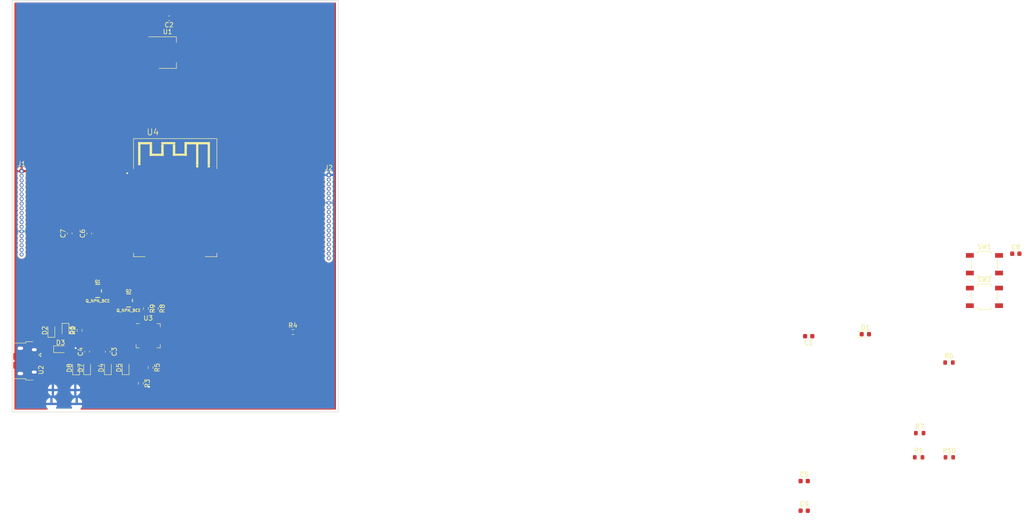
<source format=kicad_pcb>
(kicad_pcb (version 20210722) (generator pcbnew)
  (layers (0 "F.Cu" signal) (31 "B.Cu" signal) (34 "B.Paste" user) (35 "F.Paste" user) (36 "B.SilkS" user "B.Silkscreen") (37 "F.SilkS" user "F.Silkscreen") (38 "B.Mask" user) (39 "F.Mask" user) (44 "Edge.Cuts" user))
  (net 0 "")
  (net 1 "Net-(C1-Pad1)")
  (net 2 "GND")
  (net 3 "+3V3")
  (net 4 "EN")
  (net 5 "IO0")
  (net 6 "Net-(D1-Pad2)")
  (net 7 "Net-(D2-Pad1)")
  (net 8 "VBUS")
  (net 9 "Net-(D4-Pad1)")
  (net 10 "USB_DN")
  (net 11 "+5V")
  (net 12 "Net-(D7-Pad1)")
  (net 13 "USB_DP")
  (net 14 "SENSOR_VP")
  (net 15 "SENSOR_VN")
  (net 16 "IO34")
  (net 17 "IO35")
  (net 18 "IO32")
  (net 19 "IO33")
  (net 20 "IO25")
  (net 21 "IO26")
  (net 22 "IO27")
  (net 23 "IO14")
  (net 24 "IO12")
  (net 25 "IO13")
  (net 26 "SD2")
  (net 27 "SD3")
  (net 28 "CMD")
  (net 29 "IO23")
  (net 30 "IO22")
  (net 31 "TXD0")
  (net 32 "RXD0")
  (net 33 "IO21")
  (net 34 "IO19")
  (net 35 "IO18")
  (net 36 "IO5")
  (net 37 "IO17")
  (net 38 "IO16")
  (net 39 "IO4")
  (net 40 "IO2")
  (net 41 "IO15")
  (net 42 "SD1")
  (net 43 "SD0")
  (net 44 "CLK")
  (net 45 "Net-(Q1-Pad1)")
  (net 46 "/Micro USB 5v and USB-UART/IO0")
  (net 47 "DTR")
  (net 48 "Net-(Q2-Pad1)")
  (net 49 "/Micro USB 5v and USB-UART/EN")
  (net 50 "DSR")
  (net 51 "Net-(R2-Pad2)")
  (net 52 "Net-(R4-Pad2)")
  (net 53 "Net-(R5-Pad1)")
  (net 54 "RXD")
  (net 55 "TXD")
  (net 57 "DCD")
  (net 58 "RI")
  (net 71 "CTS")
  (net 72 "RTS")
  (net 74 "NC")
  (footprint "SparkfunSilicon-Standard:SOT23-5" (layer "F.Cu") (at 59.3598 101.473 -90)
    (fp_text reference "Q2" (at -2.032 0) (layer "F.SilkS") (effects (font (size 0.6096 0.6096) (thickness 0.127))))
    (fp_text value "Q_NPN_BCE" (at 2.159 0) (layer "F.SilkS") (effects (font (size 0.6096 0.6096) (thickness 0.127))))
    (fp_line (start -0.2667 -0.81026) (end 0.2667 -0.81026) (layer "F.SilkS") (width 0.2032))
    (fp_line (start -1.4224 0.42926) (end -1.4224 -0.42926) (layer "F.SilkS") (width 0.2032))
    (fp_line (start 1.4224 -0.42926) (end 1.4224 0.42926) (layer "F.SilkS") (width 0.2032))
    (pad "1" smd rect locked (at -0.94996 1.29794 270) (size 0.54864 1.19888) (layers "F.Cu" "F.Paste" "F.Mask") (net 48 "Net-(Q2-Pad1)"))
    (pad "2" smd rect locked (at 0 1.29794 270) (size 0.54864 1.19888) (layers "F.Cu" "F.Paste" "F.Mask") (net 49 "/Micro USB 5v and USB-UART/EN"))
    (pad "3" smd rect locked (at 0.94996 1.29794 270) (size 0.54864 1.19888) (layers "F.Cu" "F.Paste" "F.Mask") (net 50 "DSR"))
    (pad "4" smd rect locked (at 0.94996 -1.29794 270) (size 0.54864 1.19888) (layers "F.Cu" "F.Paste" "F.Mask"))
    (pad "5" smd rect locked (at -0.94996 -1.29794 270) (size 0.54864 1.19888) (layers "F.Cu" "F.Paste" "F.Mask"))
  )
  (footprint "Diode_SMD:D_0603_1608Metric" (layer "F.Cu") (at 58.71 116.02 90)
    (fp_text reference "D5" (at 0 -1.43 90) (layer "F.SilkS"))
    (fp_text value "D_Zener_Small_ALT" hide)
    (fp_line (start -1.485 0.735) (end 0.8 0.735) (layer "F.SilkS") (width 0.12))
    (fp_line (start 0.8 -0.735) (end -1.485 -0.735) (layer "F.SilkS") (width 0.12))
    (fp_line (start -1.485 -0.735) (end -1.485 0.735) (layer "F.SilkS") (width 0.12))
    (pad "1" smd roundrect locked (at -0.7875 0 90) (size 0.875 0.95) (layers "F.Cu" "F.Paste" "F.Mask") (net 9 "Net-(D4-Pad1)"))
    (pad "2" smd roundrect locked (at 0.7875 0 90) (size 0.875 0.95) (layers "F.Cu" "F.Paste" "F.Mask") (net 2 "GND"))
  )
  (footprint "Diode_SMD:D_0603_1608Metric" (layer "F.Cu") (at 48.006 116.0526 90)
    (fp_text reference "D8" (at 0 -1.43 90) (layer "F.SilkS"))
    (fp_text value "D_Zener_Small_ALT" hide)
    (fp_line (start -1.485 -0.735) (end -1.485 0.735) (layer "F.SilkS") (width 0.12))
    (fp_line (start -1.485 0.735) (end 0.8 0.735) (layer "F.SilkS") (width 0.12))
    (fp_line (start 0.8 -0.735) (end -1.485 -0.735) (layer "F.SilkS") (width 0.12))
    (pad "1" smd roundrect locked (at -0.7875 0 90) (size 0.875 0.95) (layers "F.Cu" "F.Paste" "F.Mask") (net 12 "Net-(D7-Pad1)"))
    (pad "2" smd roundrect locked (at 0.7875 0 90) (size 0.875 0.95) (layers "F.Cu" "F.Paste" "F.Mask") (net 2 "GND"))
  )
  (footprint "Resistor_SMD:R_0603_1608Metric" (layer "F.Cu") (at 94.8436 108.3056)
    (fp_text reference "R4" (at 0 -1.43) (layer "F.SilkS"))
    (fp_text value "2k")
    (fp_line (start -0.237258 0.5225) (end 0.237258 0.5225) (layer "F.SilkS") (width 0.12))
    (fp_line (start -0.237258 -0.5225) (end 0.237258 -0.5225) (layer "F.SilkS") (width 0.12))
    (pad "1" smd roundrect locked (at -0.825 0) (size 0.8 0.95) (layers "F.Cu" "F.Paste" "F.Mask") (net 3 "+3V3"))
    (pad "2" smd roundrect locked (at 0.825 0) (size 0.8 0.95) (layers "F.Cu" "F.Paste" "F.Mask") (net 52 "Net-(R4-Pad2)"))
  )
  (footprint "Package_DFN_QFN:QFN-28-1EP_5x5mm_P0.5mm_EP3.35x3.35mm" (layer "F.Cu") (at 63.5762 109.093)
    (fp_text reference "U3" (at 0 -3.8) (layer "F.SilkS"))
    (fp_text value "CP2102N")
    (fp_line (start 1.885 2.61) (end 2.61 2.61) (layer "F.SilkS") (width 0.12))
    (fp_line (start 2.61 2.61) (end 2.61 1.885) (layer "F.SilkS") (width 0.12))
    (fp_line (start 2.61 -2.61) (end 2.61 -1.885) (layer "F.SilkS") (width 0.12))
    (fp_line (start -1.885 -2.61) (end -2.61 -2.61) (layer "F.SilkS") (width 0.12))
    (fp_line (start -2.61 2.61) (end -2.61 1.885) (layer "F.SilkS") (width 0.12))
    (fp_line (start 1.885 -2.61) (end 2.61 -2.61) (layer "F.SilkS") (width 0.12))
    (fp_line (start -1.885 2.61) (end -2.61 2.61) (layer "F.SilkS") (width 0.12))
    (pad "1" smd roundrect locked (at -2.45 -1.5) (size 0.8 0.25) (layers "F.Cu" "F.Paste" "F.Mask") (net 57 "DCD"))
    (pad "2" smd roundrect locked (at -2.45 -1) (size 0.8 0.25) (layers "F.Cu" "F.Paste" "F.Mask") (net 58 "RI"))
    (pad "3" smd roundrect locked (at -2.45 -0.5) (size 0.8 0.25) (layers "F.Cu" "F.Paste" "F.Mask") (net 2 "GND"))
    (pad "4" smd roundrect locked (at -2.45 0) (size 0.8 0.25) (layers "F.Cu" "F.Paste" "F.Mask") (net 13 "USB_DP"))
    (pad "5" smd roundrect locked (at -2.45 0.5) (size 0.8 0.25) (layers "F.Cu" "F.Paste" "F.Mask") (net 10 "USB_DN"))
    (pad "6" smd roundrect locked (at -2.45 1) (size 0.8 0.25) (layers "F.Cu" "F.Paste" "F.Mask") (net 3 "+3V3"))
    (pad "7" smd roundrect locked (at -2.45 1.5) (size 0.8 0.25) (layers "F.Cu" "F.Paste" "F.Mask") (net 3 "+3V3"))
    (pad "8" smd roundrect locked (at -1.5 2.45) (size 0.25 0.8) (layers "F.Cu" "F.Paste" "F.Mask") (net 51 "Net-(R2-Pad2)"))
    (pad "9" smd roundrect locked (at -1 2.45) (size 0.25 0.8) (layers "F.Cu" "F.Paste" "F.Mask") (net 52 "Net-(R4-Pad2)"))
    (pad "10" smd roundrect locked (at -0.5 2.45) (size 0.25 0.8) (layers "F.Cu" "F.Paste" "F.Mask"))
    (pad "11" smd roundrect locked (at 0 2.45) (size 0.25 0.8) (layers "F.Cu" "F.Paste" "F.Mask") (net 53 "Net-(R5-Pad1)"))
    (pad "12" smd roundrect locked (at 0.5 2.45) (size 0.25 0.8) (layers "F.Cu" "F.Paste" "F.Mask"))
    (pad "13" smd roundrect locked (at 1 2.45) (size 0.25 0.8) (layers "F.Cu" "F.Paste" "F.Mask"))
    (pad "14" smd roundrect locked (at 1.5 2.45) (size 0.25 0.8) (layers "F.Cu" "F.Paste" "F.Mask"))
    (pad "15" smd roundrect locked (at 2.45 1.5) (size 0.8 0.25) (layers "F.Cu" "F.Paste" "F.Mask"))
    (pad "16" smd roundrect locked (at 2.45 1) (size 0.8 0.25) (layers "F.Cu" "F.Paste" "F.Mask"))
    (pad "17" smd roundrect locked (at 2.45 0.5) (size 0.8 0.25) (layers "F.Cu" "F.Paste" "F.Mask"))
    (pad "18" smd roundrect locked (at 2.45 0) (size 0.8 0.25) (layers "F.Cu" "F.Paste" "F.Mask"))
    (pad "19" smd roundrect locked (at 2.45 -0.5) (size 0.8 0.25) (layers "F.Cu" "F.Paste" "F.Mask"))
    (pad "20" smd roundrect locked (at 2.45 -1) (size 0.8 0.25) (layers "F.Cu" "F.Paste" "F.Mask"))
    (pad "21" smd roundrect locked (at 2.45 -1.5) (size 0.8 0.25) (layers "F.Cu" "F.Paste" "F.Mask"))
    (pad "22" smd roundrect locked (at 1.5 -2.45) (size 0.25 0.8) (layers "F.Cu" "F.Paste" "F.Mask"))
    (pad "23" smd roundrect locked (at 1 -2.45) (size 0.25 0.8) (layers "F.Cu" "F.Paste" "F.Mask") (net 71 "CTS"))
    (pad "24" smd roundrect locked (at 0.5 -2.45) (size 0.25 0.8) (layers "F.Cu" "F.Paste" "F.Mask") (net 72 "RTS"))
    (pad "25" smd roundrect locked (at 0 -2.45) (size 0.25 0.8) (layers "F.Cu" "F.Paste" "F.Mask") (net 54 "RXD"))
    (pad "26" smd roundrect locked (at -0.5 -2.45) (size 0.25 0.8) (layers "F.Cu" "F.Paste" "F.Mask") (net 55 "TXD"))
    (pad "27" smd roundrect locked (at -1 -2.45) (size 0.25 0.8) (layers "F.Cu" "F.Paste" "F.Mask") (net 50 "DSR"))
    (pad "28" smd roundrect locked (at -1.5 -2.45) (size 0.25 0.8) (layers "F.Cu" "F.Paste" "F.Mask") (net 47 "DTR"))
    (pad "29" smd rect locked (at 0 0) (size 3.35 3.35) (layers "F.Cu" "F.Mask"))
  )
  (footprint "Diode_SMD:D_0603_1608Metric" (layer "F.Cu") (at 44.6532 112.014)
    (fp_text reference "D3" (at 0 -1.43) (layer "F.SilkS"))
    (fp_text value "D_Zener_Small_ALT" hide)
    (fp_line (start -1.485 0.735) (end 0.8 0.735) (layer "F.SilkS") (width 0.12))
    (fp_line (start -1.485 -0.735) (end -1.485 0.735) (layer "F.SilkS") (width 0.12))
    (fp_line (start 0.8 -0.735) (end -1.485 -0.735) (layer "F.SilkS") (width 0.12))
    (pad "1" smd roundrect locked (at -0.7875 0) (size 0.875 0.95) (layers "F.Cu" "F.Paste" "F.Mask") (net 7 "Net-(D2-Pad1)"))
    (pad "2" smd roundrect locked (at 0.7875 0) (size 0.875 0.95) (layers "F.Cu" "F.Paste" "F.Mask") (net 2 "GND"))
  )
  (footprint "Button_Switch_SMD:SW_SPST_TL3342" (layer "F.Cu") (at 244.2126 100.6986)
    (fp_text reference "SW2" (at 0 -3.75) (layer "F.SilkS"))
    (fp_text value "SW_Push")
    (fp_line (start -1.7 2.3) (end -1.25 2.75) (layer "F.SilkS") (width 0.12))
    (fp_line (start -1.25 2.75) (end 1.25 2.75) (layer "F.SilkS") (width 0.12))
    (fp_line (start 1.7 -2.3) (end 1.25 -2.75) (layer "F.SilkS") (width 0.12))
    (fp_line (start -2.75 -1) (end -2.75 1) (layer "F.SilkS") (width 0.12))
    (fp_line (start 2.75 -1) (end 2.75 1) (layer "F.SilkS") (width 0.12))
    (fp_line (start -1.7 -2.3) (end -1.25 -2.75) (layer "F.SilkS") (width 0.12))
    (fp_line (start 1.7 2.3) (end 1.25 2.75) (layer "F.SilkS") (width 0.12))
    (fp_line (start -1.25 -2.75) (end 1.25 -2.75) (layer "F.SilkS") (width 0.12))
    (pad "1" smd rect locked (at 3.15 -1.9) (size 1.7 1) (layers "F.Cu" "F.Paste" "F.Mask") (net 2 "GND"))
    (pad "1" smd rect locked (at -3.15 -1.9) (size 1.7 1) (layers "F.Cu" "F.Paste" "F.Mask") (net 2 "GND"))
    (pad "2" smd rect locked (at 3.15 1.9) (size 1.7 1) (layers "F.Cu" "F.Paste" "F.Mask") (net 4 "EN"))
    (pad "2" smd rect locked (at -3.15 1.9) (size 1.7 1) (layers "F.Cu" "F.Paste" "F.Mask") (net 4 "EN"))
  )
  (footprint "Diode_SMD:D_0603_1608Metric" (layer "F.Cu") (at 45.72 107.8992 -90)
    (fp_text reference "D6" (at 0 -1.43 90) (layer "F.SilkS"))
    (fp_text value "D_Zener_Small_ALT" hide)
    (fp_line (start 0.8 -0.735) (end -1.485 -0.735) (layer "F.SilkS") (width 0.12))
    (fp_line (start -1.485 0.735) (end 0.8 0.735) (layer "F.SilkS") (width 0.12))
    (fp_line (start -1.485 -0.735) (end -1.485 0.735) (layer "F.SilkS") (width 0.12))
    (pad "1" smd roundrect locked (at -0.7875 0 270) (size 0.875 0.95) (layers "F.Cu" "F.Paste" "F.Mask") (net 11 "+5V"))
    (pad "2" smd roundrect locked (at 0.7875 0 270) (size 0.875 0.95) (layers "F.Cu" "F.Paste" "F.Mask") (net 8 "VBUS"))
  )
  (footprint "Resistor_SMD:R_0603_1608Metric" (layer "F.Cu") (at 48.768 107.95 90)
    (fp_text reference "R2" (at 0 -1.43 90) (layer "F.SilkS"))
    (fp_text value "22.1k")
    (fp_line (start -0.237258 0.5225) (end 0.237258 0.5225) (layer "F.SilkS") (width 0.12))
    (fp_line (start -0.237258 -0.5225) (end 0.237258 -0.5225) (layer "F.SilkS") (width 0.12))
    (pad "1" smd roundrect locked (at -0.825 0 90) (size 0.8 0.95) (layers "F.Cu" "F.Paste" "F.Mask") (net 8 "VBUS"))
    (pad "2" smd roundrect locked (at 0.825 0 90) (size 0.8 0.95) (layers "F.Cu" "F.Paste" "F.Mask") (net 51 "Net-(R2-Pad2)"))
  )
  (footprint "Diode_SMD:D_0603_1608Metric" (layer "F.Cu") (at 42.672 107.95 90)
    (fp_text reference "D2" (at 0 -1.43 90) (layer "F.SilkS"))
    (fp_text value "D_Zener_Small_ALT" hide)
    (fp_line (start -1.485 -0.735) (end -1.485 0.735) (layer "F.SilkS") (width 0.12))
    (fp_line (start 0.8 -0.735) (end -1.485 -0.735) (layer "F.SilkS") (width 0.12))
    (fp_line (start -1.485 0.735) (end 0.8 0.735) (layer "F.SilkS") (width 0.12))
    (pad "1" smd roundrect locked (at -0.7875 0 90) (size 0.875 0.95) (layers "F.Cu" "F.Paste" "F.Mask") (net 7 "Net-(D2-Pad1)"))
    (pad "2" smd roundrect locked (at 0.7875 0 90) (size 0.875 0.95) (layers "F.Cu" "F.Paste" "F.Mask") (net 8 "VBUS"))
  )
  (footprint "Capacitor_SMD:C_0603_1608Metric" (layer "F.Cu") (at 46.6344 87.0204 90)
    (fp_text reference "C7" (at 0 -1.43 90) (layer "F.SilkS"))
    (fp_text value "0.1u")
    (fp_line (start -0.14058 0.51) (end 0.14058 0.51) (layer "F.SilkS") (width 0.12))
    (fp_line (start -0.14058 -0.51) (end 0.14058 -0.51) (layer "F.SilkS") (width 0.12))
    (pad "1" smd roundrect locked (at -0.775 0 90) (size 0.9 0.95) (layers "F.Cu" "F.Paste" "F.Mask") (net 3 "+3V3"))
    (pad "2" smd roundrect locked (at 0.775 0 90) (size 0.9 0.95) (layers "F.Cu" "F.Paste" "F.Mask") (net 2 "GND"))
  )
  (footprint "Capacitor_SMD:C_0603_1608Metric" (layer "F.Cu") (at 250.9926 91.3786)
    (fp_text reference "C8" (at 0 -1.43) (layer "F.SilkS"))
    (fp_text value "0.1u")
    (fp_line (start -0.14058 -0.51) (end 0.14058 -0.51) (layer "F.SilkS") (width 0.12))
    (fp_line (start -0.14058 0.51) (end 0.14058 0.51) (layer "F.SilkS") (width 0.12))
    (pad "1" smd roundrect locked (at -0.775 0) (size 0.9 0.95) (layers "F.Cu" "F.Paste" "F.Mask") (net 5 "IO0"))
    (pad "2" smd roundrect locked (at 0.775 0) (size 0.9 0.95) (layers "F.Cu" "F.Paste" "F.Mask") (net 2 "GND"))
  )
  (footprint "Connector_PinHeader_1.00mm:PinHeader_1x19_P1.00mm_Vertical" (layer "F.Cu") (at 36.2458 73.55)
    (fp_text reference "J1" (at 0 -1.56) (layer "F.SilkS"))
    (fp_text value "Conn_01x19")
    (fp_line (start -0.695 0.685) (end -0.608276 0.685) (layer "F.SilkS") (width 0.12))
    (fp_line (start -0.695 0) (end -0.695 -0.685) (layer "F.SilkS") (width 0.12))
    (fp_line (start 0.695 0.685) (end 0.695 18.56) (layer "F.SilkS") (width 0.12))
    (fp_line (start 0.608276 0.685) (end 0.695 0.685) (layer "F.SilkS") (width 0.12))
    (fp_line (start -0.695 18.56) (end -0.394493 18.56) (layer "F.SilkS") (width 0.12))
    (fp_line (start -0.695 -0.685) (end 0 -0.685) (layer "F.SilkS") (width 0.12))
    (fp_line (start 0.394493 18.56) (end 0.695 18.56) (layer "F.SilkS") (width 0.12))
    (fp_line (start -0.695 0.685) (end -0.695 18.56) (layer "F.SilkS") (width 0.12))
    (pad "1" thru_hole rect locked (at 0 0) (size 0.85 0.85) (drill 0.5) (layers *.Cu *.Mask) (net 3 "+3V3"))
    (pad "2" thru_hole oval locked (at 0 1) (size 0.85 0.85) (drill 0.5) (layers *.Cu *.Mask) (net 4 "EN"))
    (pad "3" thru_hole oval locked (at 0 2) (size 0.85 0.85) (drill 0.5) (layers *.Cu *.Mask) (net 14 "SENSOR_VP"))
    (pad "4" thru_hole oval locked (at 0 3) (size 0.85 0.85) (drill 0.5) (layers *.Cu *.Mask) (net 15 "SENSOR_VN"))
    (pad "5" thru_hole oval locked (at 0 4) (size 0.85 0.85) (drill 0.5) (layers *.Cu *.Mask) (net 16 "IO34"))
    (pad "6" thru_hole oval locked (at 0 5) (size 0.85 0.85) (drill 0.5) (layers *.Cu *.Mask) (net 17 "IO35"))
    (pad "7" thru_hole oval locked (at 0 6) (size 0.85 0.85) (drill 0.5) (layers *.Cu *.Mask) (net 18 "IO32"))
    (pad "8" thru_hole oval locked (at 0 7) (size 0.85 0.85) (drill 0.5) (layers *.Cu *.Mask) (net 19 "IO33"))
    (pad "9" thru_hole oval locked (at 0 8) (size 0.85 0.85) (drill 0.5) (layers *.Cu *.Mask) (net 20 "IO25"))
    (pad "10" thru_hole oval locked (at 0 9) (size 0.85 0.85) (drill 0.5) (layers *.Cu *.Mask) (net 21 "IO26"))
    (pad "11" thru_hole oval locked (at 0 10) (size 0.85 0.85) (drill 0.5) (layers *.Cu *.Mask) (net 22 "IO27"))
    (pad "12" thru_hole oval locked (at 0 11) (size 0.85 0.85) (drill 0.5) (layers *.Cu *.Mask) (net 23 "IO14"))
    (pad "13" thru_hole oval locked (at 0 12) (size 0.85 0.85) (drill 0.5) (layers *.Cu *.Mask) (net 24 "IO12"))
    (pad "14" thru_hole oval locked (at 0 13) (size 0.85 0.85) (drill 0.5) (layers *.Cu *.Mask) (net 2 "GND"))
    (pad "15" thru_hole oval locked (at 0 14) (size 0.85 0.85) (drill 0.5) (layers *.Cu *.Mask) (net 25 "IO13"))
    (pad "16" thru_hole oval locked (at 0 15) (size 0.85 0.85) (drill 0.5) (layers *.Cu *.Mask) (net 26 "SD2"))
    (pad "17" thru_hole oval locked (at 0 16) (size 0.85 0.85) (drill 0.5) (layers *.Cu *.Mask) (net 27 "SD3"))
    (pad "18" thru_hole oval locked (at 0 17) (size 0.85 0.85) (drill 0.5) (layers *.Cu *.Mask) (net 28 "CMD"))
    (pad "19" thru_hole oval locked (at 0 18) (size 0.85 0.85) (drill 0.5) (layers *.Cu *.Mask) (net 11 "+5V"))
  )
  (footprint "Diode_SMD:D_0603_1608Metric" (layer "F.Cu") (at 54.864 116.0272 90)
    (fp_text reference "D4" (at 0 -1.43 90) (layer "F.SilkS"))
    (fp_text value "D_Zener_Small_ALT" hide)
    (fp_line (start 0.8 -0.735) (end -1.485 -0.735) (layer "F.SilkS") (width 0.12))
    (fp_line (start -1.485 -0.735) (end -1.485 0.735) (layer "F.SilkS") (width 0.12))
    (fp_line (start -1.485 0.735) (end 0.8 0.735) (layer "F.SilkS") (width 0.12))
    (pad "1" smd roundrect locked (at -0.7875 0 90) (size 0.875 0.95) (layers "F.Cu" "F.Paste" "F.Mask") (net 9 "Net-(D4-Pad1)"))
    (pad "2" smd roundrect locked (at 0.7875 0 90) (size 0.875 0.95) (layers "F.Cu" "F.Paste" "F.Mask") (net 10 "USB_DN"))
  )
  (footprint "Capacitor_SMD:C_0603_1608Metric" (layer "F.Cu") (at 68.0974 40.5384 180)
    (fp_text reference "C2" (at 0 -1.43) (layer "F.SilkS"))
    (fp_text value "22u")
    (fp_line (start -0.14058 0.51) (end 0.14058 0.51) (layer "F.SilkS") (width 0.12))
    (fp_line (start -0.14058 -0.51) (end 0.14058 -0.51) (layer "F.SilkS") (width 0.12))
    (pad "1" smd roundrect locked (at -0.775 0 180) (size 0.9 0.95) (layers "F.Cu" "F.Paste" "F.Mask") (net 3 "+3V3"))
    (pad "2" smd roundrect locked (at 0.775 0 180) (size 0.9 0.95) (layers "F.Cu" "F.Paste" "F.Mask") (net 2 "GND"))
  )
  (footprint "Package_TO_SOT_SMD:SOT-223-3_TabPin2" (layer "F.Cu") (at 67.7672 47.9298)
    (fp_text reference "U1" (at 0 -4.5) (layer "F.SilkS"))
    (fp_text value "AMS1117-3.3")
    (fp_line (start 1.91 3.41) (end 1.91 2.15) (layer "F.SilkS") (width 0.12))
    (fp_line (start -4.1 -3.41) (end 1.91 -3.41) (layer "F.SilkS") (width 0.12))
    (fp_line (start 1.91 -3.41) (end 1.91 -2.15) (layer "F.SilkS") (width 0.12))
    (fp_line (start -1.85 3.41) (end 1.91 3.41) (layer "F.SilkS") (width 0.12))
    (pad "1" smd rect locked (at -3.15 -2.3) (size 2 1.5) (layers "F.Cu" "F.Paste" "F.Mask") (net 2 "GND"))
    (pad "2" smd rect locked (at -3.15 0) (size 2 1.5) (layers "F.Cu" "F.Paste" "F.Mask") (net 3 "+3V3"))
    (pad "2" smd rect locked (at 3.15 0) (size 2 3.8) (layers "F.Cu" "F.Paste" "F.Mask") (net 3 "+3V3"))
    (pad "3" smd rect locked (at -3.15 2.3) (size 2 1.5) (layers "F.Cu" "F.Paste" "F.Mask") (net 1 "Net-(C1-Pad1)"))
  )
  (footprint "Resistor_SMD:R_0603_1608Metric" (layer "F.Cu") (at 63.0936 103.2256 -90)
    (fp_text reference "R9" (at 0 -1.43 90) (layer "F.SilkS"))
    (fp_text value "0")
    (fp_line (start -0.237258 0.5225) (end 0.237258 0.5225) (layer "F.SilkS") (width 0.12))
    (fp_line (start -0.237258 -0.5225) (end 0.237258 -0.5225) (layer "F.SilkS") (width 0.12))
    (pad "1" smd roundrect locked (at -0.825 0 270) (size 0.8 0.95) (layers "F.Cu" "F.Paste" "F.Mask") (net 32 "RXD0"))
    (pad "2" smd roundrect locked (at 0.825 0 270) (size 0.8 0.95) (layers "F.Cu" "F.Paste" "F.Mask") (net 55 "TXD"))
  )
  (footprint "Button_Switch_SMD:SW_SPST_TL3342" (layer "F.Cu") (at 244.2126 93.6486)
    (fp_text reference "SW1" (at 0 -3.75) (layer "F.SilkS"))
    (fp_text value "SW_Push")
    (fp_line (start -1.25 -2.75) (end 1.25 -2.75) (layer "F.SilkS") (width 0.12))
    (fp_line (start -1.25 2.75) (end 1.25 2.75) (layer "F.SilkS") (width 0.12))
    (fp_line (start 2.75 -1) (end 2.75 1) (layer "F.SilkS") (width 0.12))
    (fp_line (start 1.7 2.3) (end 1.25 2.75) (layer "F.SilkS") (width 0.12))
    (fp_line (start -1.7 -2.3) (end -1.25 -2.75) (layer "F.SilkS") (width 0.12))
    (fp_line (start -1.7 2.3) (end -1.25 2.75) (layer "F.SilkS") (width 0.12))
    (fp_line (start 1.7 -2.3) (end 1.25 -2.75) (layer "F.SilkS") (width 0.12))
    (fp_line (start -2.75 -1) (end -2.75 1) (layer "F.SilkS") (width 0.12))
    (pad "1" smd rect locked (at -3.15 -1.9) (size 1.7 1) (layers "F.Cu" "F.Paste" "F.Mask") (net 2 "GND"))
    (pad "1" smd rect locked (at 3.15 -1.9) (size 1.7 1) (layers "F.Cu" "F.Paste" "F.Mask") (net 2 "GND"))
    (pad "2" smd rect locked (at -3.15 1.9) (size 1.7 1) (layers "F.Cu" "F.Paste" "F.Mask") (net 5 "IO0"))
    (pad "2" smd rect locked (at 3.15 1.9) (size 1.7 1) (layers "F.Cu" "F.Paste" "F.Mask") (net 5 "IO0"))
  )
  (footprint "Resistor_SMD:R_0603_1608Metric" (layer "F.Cu") (at 236.6264 135.3566)
    (fp_text reference "R10" (at 0 -1.43) (layer "F.SilkS"))
    (fp_text value "10k")
    (fp_line (start -0.237258 -0.5225) (end 0.237258 -0.5225) (layer "F.SilkS") (width 0.12))
    (fp_line (start -0.237258 0.5225) (end 0.237258 0.5225) (layer "F.SilkS") (width 0.12))
    (pad "1" smd roundrect locked (at -0.825 0) (size 0.8 0.95) (layers "F.Cu" "F.Paste" "F.Mask") (net 3 "+3V3"))
    (pad "2" smd roundrect locked (at 0.825 0) (size 0.8 0.95) (layers "F.Cu" "F.Paste" "F.Mask") (net 4 "EN"))
  )
  (footprint "Resistor_SMD:R_0603_1608Metric" (layer "F.Cu") (at 64.1096 115.9764 -90)
    (fp_text reference "R5" (at 0 -1.43 90) (layer "F.SilkS"))
    (fp_text value "10k")
    (fp_line (start -0.237258 -0.5225) (end 0.237258 -0.5225) (layer "F.SilkS") (width 0.12))
    (fp_line (start -0.237258 0.5225) (end 0.237258 0.5225) (layer "F.SilkS") (width 0.12))
    (pad "1" smd roundrect locked (at -0.825 0 270) (size 0.8 0.95) (layers "F.Cu" "F.Paste" "F.Mask") (net 53 "Net-(R5-Pad1)"))
    (pad "2" smd roundrect locked (at 0.825 0 270) (size 0.8 0.95) (layers "F.Cu" "F.Paste" "F.Mask") (net 2 "GND"))
  )
  (footprint "ESP-WROOM-32:MODULE_ESP-WROOM-32" (layer "F.Cu") (at 69.4182 82.2706)
    (fp_text reference "U4" (at -4.826375 -17.150035) (layer "F.SilkS") (effects (font (size 1.32478 1.32478))))
    (fp_text value "ESP32-WROOM-32")
    (fp_line (start -9 9) (end -9 9.75) (layer "F.SilkS") (width 0.127))
    (fp_line (start -9 -15.75) (end 9 -15.75) (layer "F.SilkS") (width 0.127))
    (fp_line (start 9 -15.75) (end 9 -9.25) (layer "F.SilkS") (width 0.127))
    (fp_line (start 9 9.75) (end 9 9) (layer "F.SilkS") (width 0.127))
    (fp_line (start -9 9.75) (end -6.5 9.75) (layer "F.SilkS") (width 0.127))
    (fp_line (start 6.5 9.75) (end 9 9.75) (layer "F.SilkS") (width 0.127))
    (fp_line (start -9 -9.25) (end -9 -15.75) (layer "F.SilkS") (width 0.127))
    (fp_circle (center -10.365 -8.2754) (end -10.265 -8.2754) (layer "F.SilkS") (width 0.2) (fill none))
    (fp_poly (pts (xy -8.02033 -10.5) (xy -7.5 -10.5) (xy -7.5 -10.0254) (xy -8.02033 -10.0254)) (layer "F.SilkS") (width 0.01) (fill solid))
    (fp_poly (pts (xy 4.50809 -10) (xy 5 -10) (xy 5 -9.51707) (xy 4.50809 -9.51707)) (layer "F.SilkS") (width 0.01) (fill solid))
    (fp_poly (pts (xy 4.51396 -15) (xy 5 -15) (xy 5 -10.0311) (xy 4.51396 -10.0311)) (layer "F.SilkS") (width 0.01) (fill solid))
    (fp_poly (pts (xy 2.00794 -15) (xy 2.5 -15) (xy 2.5 -13.5536) (xy 2.00794 -13.5536)) (layer "F.SilkS") (width 0.01) (fill solid))
    (fp_poly (pts (xy 2.0088 -14.5) (xy 2.5 -14.5) (xy 2.5 -12.0528) (xy 2.0088 -12.0528)) (layer "F.SilkS") (width 0.01) (fill solid))
    (fp_poly (pts (xy -3.01023 -14.5) (xy -2.5 -14.5) (xy -2.5 -12.0408) (xy -3.01023 -12.0408)) (layer "F.SilkS") (width 0.01) (fill solid))
    (fp_poly (pts (xy -0.502034 -14.5) (xy 0 -14.5) (xy 0 -12.0488) (xy -0.502034 -12.0488)) (layer "F.SilkS") (width 0.01) (fill solid))
    (fp_poly (pts (xy 7.0207 -15) (xy 7.5 -15) (xy 7.5 -10.0296) (xy 7.0207 -10.0296)) (layer "F.SilkS") (width 0.01) (fill solid))
    (fp_poly (pts (xy -8.02203 -15) (xy -7.5 -15) (xy -7.5 -10.5289) (xy -8.02203 -10.5289)) (layer "F.SilkS") (width 0.01) (fill solid))
    (fp_poly (pts (xy -3.01012 -15) (xy 0 -15) (xy 0 -14.5488) (xy -3.01012 -14.5488)) (layer "F.SilkS") (width 0.01) (fill solid))
    (fp_poly (pts (xy 7.01887 -10) (xy 7.5 -10) (xy 7.5 -9.52561) (xy 7.01887 -9.52561)) (layer "F.SilkS") (width 0.01) (fill solid))
    (fp_poly (pts (xy -5.50829 -12.5) (xy -2.5 -12.5) (xy -2.5 -12.0181) (xy -5.50829 -12.0181)) (layer "F.SilkS") (width 0.01) (fill solid))
    (fp_poly (pts (xy 2.01157 -15) (xy 7.5 -15) (xy 7.5 -14.5137) (xy 2.01157 -14.5137)) (layer "F.SilkS") (width 0.01) (fill solid))
    (fp_poly (pts (xy -8.00911 -15) (xy -5 -15) (xy -5 -14.5165) (xy -8.00911 -14.5165)) (layer "F.SilkS") (width 0.01) (fill solid))
    (fp_poly (pts (xy -0.502088 -12.5) (xy 2.5 -12.5) (xy 2.5 -12.0501) (xy -0.502088 -12.0501)) (layer "F.SilkS") (width 0.01) (fill solid))
    (fp_poly (pts (xy -5.52168 -14.5) (xy -5 -14.5) (xy -5 -12.0474) (xy -5.52168 -12.0474)) (layer "F.SilkS") (width 0.01) (fill solid))
    (pad "1" smd roundrect locked (at -9 -8.255) (size 1.7 0.9) (layers "F.Cu" "F.Paste" "F.Mask") (roundrect_rratio 0.1) (net 2 "GND"))
    (pad "1.1" smd rect locked (at -0.7 -0.845) (size 4 4) (layers "F.Cu" "F.Paste" "F.Mask"))
    (pad "2" smd roundrect locked (at -9 -6.985) (size 1.7 0.9) (layers "F.Cu" "F.Paste" "F.Mask") (roundrect_rratio 0.1) (net 3 "+3V3"))
    (pad "3" smd roundrect locked (at -9 -5.715) (size 1.7 0.9) (layers "F.Cu" "F.Paste" "F.Mask") (roundrect_rratio 0.1) (net 4 "EN"))
    (pad "4" smd roundrect locked (at -9 -4.445) (size 1.7 0.9) (layers "F.Cu" "F.Paste" "F.Mask") (roundrect_rratio 0.1) (net 14 "SENSOR_VP"))
    (pad "5" smd roundrect locked (at -9 -3.175) (size 1.7 0.9) (layers "F.Cu" "F.Paste" "F.Mask") (roundrect_rratio 0.1) (net 15 "SENSOR_VN"))
    (pad "6" smd roundrect locked (at -9 -1.905) (size 1.7 0.9) (layers "F.Cu" "F.Paste" "F.Mask") (roundrect_rratio 0.1) (net 16 "IO34"))
    (pad "7" smd roundrect locked (at -9 -0.635) (size 1.7 0.9) (layers "F.Cu" "F.Paste" "F.Mask") (roundrect_rratio 0.1) (net 17 "IO35"))
    (pad "8" smd roundrect locked (at -9 0.635) (size 1.7 0.9) (layers "F.Cu" "F.Paste" "F.Mask") (roundrect_rratio 0.1) (net 18 "IO32"))
    (pad "9" smd roundrect locked (at -9 1.905) (size 1.7 0.9) (layers "F.Cu" "F.Paste" "F.Mask") (roundrect_rratio 0.1) (net 19 "IO33"))
    (pad "10" smd roundrect locked (at -9 3.175) (size 1.7 0.9) (layers "F.Cu" "F.Paste" "F.Mask") (roundrect_rratio 0.1) (net 20 "IO25"))
    (pad "11" smd roundrect locked (at -9 4.445) (size 1.7 0.9) (layers "F.Cu" "F.Paste" "F.Mask") (roundrect_rratio 0.1) (net 21 "IO26"))
    (pad "12" smd roundrect locked (at -9 5.715) (size 1.7 0.9) (layers "F.Cu" "F.Paste" "F.Mask") (roundrect_rratio 0.1) (net 22 "IO27"))
    (pad "13" smd roundrect locked (at -9 6.985) (size 1.7 0.9) (layers "F.Cu" "F.Paste" "F.Mask") (roundrect_rratio 0.1) (net 23 "IO14"))
    (pad "14" smd roundrect locked (at -9 8.255) (size 1.7 0.9) (layers "F.Cu" "F.Paste" "F.Mask") (roundrect_rratio 0.1) (net 24 "IO12"))
    (pad "15" smd roundrect locked (at -5.715 9.755) (size 0.9 1.7) (layers "F.Cu" "F.Paste" "F.Mask") (roundrect_rratio 0.1) (net 2 "GND"))
    (pad "16" smd roundrect locked (at -4.445 9.755) (size 0.9 1.7) (layers "F.Cu" "F.Paste" "F.Mask") (roundrect_rratio 0.1) (net 25 "IO13"))
    (pad "17" smd roundrect locked (at -3.175 9.755) (size 0.9 1.7) (layers "F.Cu" "F.Paste" "F.Mask") (roundrect_rratio 0.1) (net 26 "SD2"))
    (pad "18" smd roundrect locked (at -1.905 9.755) (size 0.9 1.7) (layers "F.Cu" "F.Paste" "F.Mask") (roundrect_rratio 0.1) (net 27 "SD3"))
    (pad "19" smd roundrect locked (at -0.635 9.755) (size 0.9 1.7) (layers "F.Cu" "F.Paste" "F.Mask") (roundrect_rratio 0.1) (net 28 "CMD"))
    (pad "20" smd roundrect locked (at 0.635 9.755) (size 0.9 1.7) (layers "F.Cu" "F.Paste" "F.Mask") (roundrect_rratio 0.1) (net 44 "CLK"))
    (pad "21" smd roundrect locked (at 1.905 9.755) (size 0.9 1.7) (layers "F.Cu" "F.Paste" "F.Mask") (roundrect_rratio 0.1) (net 43 "SD0"))
    (pad "22" smd roundrect locked (at 3.175 9.755) (size 0.9 1.7) (layers "F.Cu" "F.Paste" "F.Mask") (roundrect_rratio 0.1) (net 42 "SD1"))
    (pad "23" smd roundrect locked (at 4.445 9.755) (size 0.9 1.7) (layers "F.Cu" "F.Paste" "F.Mask") (roundrect_rratio 0.1) (net 41 "IO15"))
    (pad "24" smd roundrect locked (at 5.715 9.755) (size 0.9 1.7) (layers "F.Cu" "F.Paste" "F.Mask") (roundrect_rratio 0.1) (net 40 "IO2"))
    (pad "25" smd roundrect locked (at 9 8.255) (size 1.7 0.9) (layers "F.Cu" "F.Paste" "F.Mask") (roundrect_rratio 0.1) (net 5 "IO0"))
    (pad "26" smd roundrect locked (at 9 6.985) (size 1.7 0.9) (layers "F.Cu" "F.Paste" "F.Mask") (roundrect_rratio 0.1) (net 39 "IO4"))
    (pad "27" smd roundrect locked (at 9 5.715) (size 1.7 0.9) (layers "F.Cu" "F.Paste" "F.Mask") (roundrect_rratio 0.1) (net 38 "IO16"))
    (pad "28" smd roundrect locked (at 9 4.445) (size 1.7 0.9) (layers "F.Cu" "F.Paste" "F.Mask") (roundrect_rratio 0.1) (net 37 "IO17"))
    (pad "29" smd roundrect locked (at 9 3.175) (size 1.7 0.9) (layers "F.Cu" "F.Paste" "F.Mask") (roundrect_rratio 0.1) (net 36 "IO5"))
    (pad "30" smd roundrect locked (at 9 1.905) (size 1.7 0.9) (layers "F.Cu" "F.Paste" "F.Mask") (roundrect_rratio 0.1) (net 35 "IO18"))
    (pad "31" smd roundrect locked (at 9 0.635) (size 1.7 0.9) (layers "F.Cu" "F.Paste" "F.Mask") (roundrect_rratio 0.1) (net 34 "IO19"))
    (pad "32" smd roundrect locked (at 9 -0.635) (size 1.7 0.9) (layers "F.Cu" "F.Paste" "F.Mask") (roundrect_rratio 0.1) (net 74 "NC"))
    (pad "33" smd roundrect locked (at 9 -1.905) (size 1.7 0.9) (layers "F.Cu" "F.Paste" "F.Mask") (roundrect_rratio 0.1) (net 33 "IO21"))
    (pad "34" smd roundrect locked (at 9 -3.175) (size 1.7 0.9) (layers "F.Cu" "F.Paste" "F.Mask") (roundrect_rratio 0.1) (net 32 "RXD0"))
    (pad "35" smd roundrect locked (at 9 -4.445) (size 1.7 0.9) (layers "F.Cu" "F.Paste" "F.Mask") (roundrect_rratio 0.1) (net 31 "TXD0"))
    (pad "36" smd roundrect locked (at 9 -5.715) (size 1.7 0.9) (layers "F.Cu" "F.Paste" "F.Mask") (roundrect_rratio 0.1) (net 30 "IO22"))
    (pad "37" smd roundrect locked (at 9 -6.985) (size 1.7 0.9) (layers "F.Cu" "F.Paste" "F.Mask") (roundrect_rratio 0.1) (net 29 "IO23"))
    (pad "38" smd roundrect locked (at 9 -8.255) (size 1.7 0.9) (layers "F.Cu" "F.Paste" "F.Mask") (roundrect_rratio 0.1) (net 2 "GND"))
  )
  (footprint "Connector_USB:USB_Micro-B_Amphenol_10103594-0001LF_Horizontal" (layer "F.Cu") (at 37.084 114.554 -90)
    (fp_text reference "U2" (at 1.925 -3.365 90) (layer "F.SilkS"))
    (fp_text value "USB_CON8")
    (fp_line (start 3.825 2.735) (end 3.825 -0.065) (layer "F.SilkS") (width 0.12))
    (fp_line (start 3.825 -0.065) (end 4.125 -0.065) (layer "F.SilkS") (width 0.12))
    (fp_line (start -4.175 -0.065) (end -3.875 -0.065) (layer "F.SilkS") (width 0.12))
    (fp_line (start -1.725 -3.315) (end -0.925 -3.315) (layer "F.SilkS") (width 0.12))
    (fp_line (start -4.175 -0.065) (end -4.175 -1.615) (layer "F.SilkS") (width 0.12))
    (fp_line (start 4.125 -0.065) (end 4.125 -1.615) (layer "F.SilkS") (width 0.12))
    (fp_line (start -1.325 -2.865) (end -1.725 -3.315) (layer "F.SilkS") (width 0.12))
    (fp_line (start -3.875 2.735) (end -3.875 -0.065) (layer "F.SilkS") (width 0.12))
    (fp_line (start -0.925 -3.315) (end -1.325 -2.865) (layer "F.SilkS") (width 0.12))
    (pad "1" smd rect locked (at -1.325 -1.765) (size 1.65 0.4) (layers "F.Cu" "F.Paste" "F.Mask") (net 8 "VBUS"))
    (pad "2" smd rect locked (at -0.675 -1.765) (size 1.65 0.4) (layers "F.Cu" "F.Paste" "F.Mask") (net 10 "USB_DN"))
    (pad "3" smd rect locked (at -0.025 -1.765) (size 1.65 0.4) (layers "F.Cu" "F.Paste" "F.Mask") (net 13 "USB_DP"))
    (pad "4" smd rect locked (at 0.625 -1.765) (size 1.65 0.4) (layers "F.Cu" "F.Paste" "F.Mask"))
    (pad "5" smd rect locked (at 1.275 -1.765) (size 1.65 0.4) (layers "F.Cu" "F.Paste" "F.Mask") (net 2 "GND"))
    (pad "6" smd rect locked (at -2.975 -0.565 270) (size 1.825 0.7) (layers "F.Cu" "F.Paste" "F.Mask") (net 2 "GND"))
    (pad "6" thru_hole oval locked (at 2.395 -1.885) (size 1.5 1.1) (drill oval 1.05 0.65) (layers *.Cu *.Mask) (net 2 "GND"))
    (pad "6" thru_hole oval locked (at -2.445 -1.885) (size 1.5 1.1) (drill oval 1.05 0.65) (layers *.Cu *.Mask) (net 2 "GND"))
    (pad "6" smd rect locked (at 2.725 0.185 270) (size 1.35 2) (layers "F.Cu" "F.Paste" "F.Mask") (net 2 "GND"))
    (pad "6" thru_hole oval locked (at -2.755 1.115) (size 1.7 1.35) (drill oval 1.2 0.7) (layers *.Cu *.Mask) (net 2 "GND"))
    (pad "6" smd rect locked (at 0.935 1.385) (size 2.5 1.43) (layers "F.Cu" "F.Paste" "F.Mask") (net 2 "GND"))
    (pad "6" smd rect locked (at -2.755 0.185 270) (size 1.35 2) (layers "F.Cu" "F.Paste" "F.Mask") (net 2 "GND"))
    (pad "6" smd rect locked (at -0.985 1.385) (size 2.5 1.43) (layers "F.Cu" "F.Paste" "F.Mask") (net 2 "GND"))
    (pad "6" smd rect locked (at 2.875 -1.885 270) (size 2 1.5) (layers "F.Cu" "F.Paste" "F.Mask") (net 2 "GND"))
    (pad "6" smd rect locked (at -2.875 -1.865 270) (size 2 1.5) (layers "F.Cu" "F.Paste" "F.Mask") (net 2 "GND"))
    (pad "6" smd rect locked (at 2.975 -0.565 270) (size 1.825 0.7) (layers "F.Cu" "F.Paste" "F.Mask") (net 2 "GND"))
    (pad "6" thru_hole oval locked (at 2.705 1.115) (size 1.7 1.35) (drill oval 1.2 0.7) (layers *.Cu *.Mask) (net 2 "GND"))
  )
  (footprint "Resistor_SMD:R_0603_1608Metric" (layer "F.Cu") (at 65.2018 103.2256 -90)
    (fp_text reference "R8" (at 0 -1.43 90) (layer "F.SilkS"))
    (fp_text value "0")
    (fp_line (start -0.237258 0.5225) (end 0.237258 0.5225) (layer "F.SilkS") (width 0.12))
    (fp_line (start -0.237258 -0.5225) (end 0.237258 -0.5225) (layer "F.SilkS") (width 0.12))
    (pad "1" smd roundrect locked (at -0.825 0 270) (size 0.8 0.95) (layers "F.Cu" "F.Paste" "F.Mask") (net 31 "TXD0"))
    (pad "2" smd roundrect locked (at 0.825 0 270) (size 0.8 0.95) (layers "F.Cu" "F.Paste" "F.Mask") (net 54 "RXD"))
  )
  (footprint "Diode_SMD:D_0603_1608Metric" (layer "F.Cu") (at 50.3936 116.0272 90)
    (fp_text reference "D7" (at 0 -1.43 90) (layer "F.SilkS"))
    (fp_text value "D_Zener_Small_ALT" hide)
    (fp_line (start -1.485 -0.735) (end -1.485 0.735) (layer "F.SilkS") (width 0.12))
    (fp_line (start -1.485 0.735) (end 0.8 0.735) (layer "F.SilkS") (width 0.12))
    (fp_line (start 0.8 -0.735) (end -1.485 -0.735) (layer "F.SilkS") (width 0.12))
    (pad "1" smd roundrect locked (at -0.7875 0 90) (size 0.875 0.95) (layers "F.Cu" "F.Paste" "F.Mask") (net 12 "Net-(D7-Pad1)"))
    (pad "2" smd roundrect locked (at 0.7875 0 90) (size 0.875 0.95) (layers "F.Cu" "F.Paste" "F.Mask") (net 13 "USB_DP"))
  )
  (footprint "Capacitor_SMD:C_0603_1608Metric" (layer "F.Cu") (at 54.8386 112.5474 -90)
    (fp_text reference "C3" (at 0 -1.43 90) (layer "F.SilkS"))
    (fp_text value "4.7u")
    (fp_line (start -0.14058 -0.51) (end 0.14058 -0.51) (layer "F.SilkS") (width 0.12))
    (fp_line (start -0.14058 0.51) (end 0.14058 0.51) (layer "F.SilkS") (width 0.12))
    (pad "1" smd roundrect locked (at -0.775 0 270) (size 0.9 0.95) (layers "F.Cu" "F.Paste" "F.Mask") (net 2 "GND"))
    (pad "2" smd roundrect locked (at 0.775 0 270) (size 0.9 0.95) (layers "F.Cu" "F.Paste" "F.Mask") (net 3 "+3V3"))
  )
  (footprint "Capacitor_SMD:C_0603_1608Metric" (layer "F.Cu") (at 206.248 109.1946 180)
    (fp_text reference "C1" (at 0 -1.43) (layer "F.SilkS"))
    (fp_text value "22u")
    (fp_line (start -0.14058 -0.51) (end 0.14058 -0.51) (layer "F.SilkS") (width 0.12))
    (fp_line (start -0.14058 0.51) (end 0.14058 0.51) (layer "F.SilkS") (width 0.12))
    (pad "1" smd roundrect locked (at -0.775 0 180) (size 0.9 0.95) (layers "F.Cu" "F.Paste" "F.Mask") (net 1 "Net-(C1-Pad1)"))
    (pad "2" smd roundrect locked (at 0.775 0 180) (size 0.9 0.95) (layers "F.Cu" "F.Paste" "F.Mask") (net 2 "GND"))
  )
  (footprint "Connector_PinHeader_1.00mm:PinHeader_1x19_P1.00mm_Vertical" (layer "F.Cu") (at 102.5906 74.3628)
    (fp_text reference "J2" (at 0 -1.56) (layer "F.SilkS"))
    (fp_text value "Conn_01x19")
    (fp_line (start -0.695 0) (end -0.695 -0.685) (layer "F.SilkS") (width 0.12))
    (fp_line (start -0.695 0.685) (end -0.695 18.56) (layer "F.SilkS") (width 0.12))
    (fp_line (start -0.695 -0.685) (end 0 -0.685) (layer "F.SilkS") (width 0.12))
    (fp_line (start 0.608276 0.685) (end 0.695 0.685) (layer "F.SilkS") (width 0.12))
    (fp_line (start 0.695 0.685) (end 0.695 18.56) (layer "F.SilkS") (width 0.12))
    (fp_line (start -0.695 18.56) (end -0.394493 18.56) (layer "F.SilkS") (width 0.12))
    (fp_line (start -0.695 0.685) (end -0.608276 0.685) (layer "F.SilkS") (width 0.12))
    (fp_line (start 0.394493 18.56) (end 0.695 18.56) (layer "F.SilkS") (width 0.12))
    (pad "1" thru_hole rect locked (at 0 0) (size 0.85 0.85) (drill 0.5) (layers *.Cu *.Mask) (net 2 "GND"))
    (pad "2" thru_hole oval locked (at 0 1) (size 0.85 0.85) (drill 0.5) (layers *.Cu *.Mask) (net 29 "IO23"))
    (pad "3" thru_hole oval locked (at 0 2) (size 0.85 0.85) (drill 0.5) (layers *.Cu *.Mask) (net 30 "IO22"))
    (pad "4" thru_hole oval locked (at 0 3) (size 0.85 0.85) (drill 0.5) (layers *.Cu *.Mask) (net 31 "TXD0"))
    (pad "5" thru_hole oval locked (at 0 4) (size 0.85 0.85) (drill 0.5) (layers *.Cu *.Mask) (net 32 "RXD0"))
    (pad "6" thru_hole oval locked (at 0 5) (size 0.85 0.85) (drill 0.5) (layers *.Cu *.Mask) (net 33 "IO21"))
    (pad "7" thru_hole oval locked (at 0 6) (size 0.85 0.85) (drill 0.5) (layers *.Cu *.Mask) (net 2 "GND"))
    (pad "8" thru_hole oval locked (at 0 7) (size 0.85 0.85) (drill 0.5) (layers *.Cu *.Mask) (net 34 "IO19"))
    (pad "9" thru_hole oval locked (at 0 8) (size 0.85 0.85) (drill 0.5) (layers *.Cu *.Mask) (net 35 "IO18"))
    (pad "10" thru_hole oval locked (at 0 9) (size 0.85 0.85) (drill 0.5) (layers *.Cu *.Mask) (net 36 "IO5"))
    (pad "11" thru_hole oval locked (at 0 10) (size 0.85 0.85) (drill 0.5) (layers *.Cu *.Mask) (net 37 "IO17"))
    (pad "12" thru_hole oval locked (at 0 11) (size 0.85 0.85) (drill 0.5) (layers *.Cu *.Mask) (net 38 "IO16"))
    (pad "13" thru_hole oval locked (at 0 12) (size 0.85 0.85) (drill 0.5) (layers *.Cu *.Mask) (net 39 "IO4"))
    (pad "14" thru_hole oval locked (at 0 13) (size 0.85 0.85) (drill 0.5) (layers *.Cu *.Mask) (net 5 "IO0"))
    (pad "15" thru_hole oval locked (at 0 14) (size 0.85 0.85) (drill 0.5) (layers *.Cu *.Mask) (net 40 "IO2"))
    (pad "16" thru_hole oval locked (at 0 15) (size 0.85 0.85) (drill 0.5) (layers *.Cu *.Mask) (net 41 "IO15"))
    (pad "17" thru_hole oval locked (at 0 16) (size 0.85 0.85) (drill 0.5) (layers *.Cu *.Mask) (net 42 "SD1"))
    (pad "18" thru_hole oval locked (at 0 17) (size 0.85 0.85) (drill 0.5) (layers *.Cu *.Mask) (net 43 "SD0"))
    (pad "19" thru_hole oval locked (at 0 18) (size 0.85 0.85) (drill 0.5) (layers *.Cu *.Mask) (net 44 "CLK"))
  )
  (footprint "Capacitor_SMD:C_0603_1608Metric" (layer "F.Cu") (at 205.2828 146.8882)
    (fp_text reference "C9" (at 0 -1.43) (layer "F.SilkS"))
    (fp_text value "0.1u")
    (fp_line (start -0.14058 -0.51) (end 0.14058 -0.51) (layer "F.SilkS") (width 0.12))
    (fp_line (start -0.14058 0.51) (end 0.14058 0.51) (layer "F.SilkS") (width 0.12))
    (pad "1" smd roundrect locked (at -0.775 0) (size 0.9 0.95) (layers "F.Cu" "F.Paste" "F.Mask") (net 4 "EN"))
    (pad "2" smd roundrect locked (at 0.775 0) (size 0.9 0.95) (layers "F.Cu" "F.Paste" "F.Mask") (net 2 "GND"))
  )
  (footprint "Capacitor_SMD:C_0603_1608Metric" (layer "F.Cu") (at 50.8508 87.0204 90)
    (fp_text reference "C6" (at 0 -1.43 90) (layer "F.SilkS"))
    (fp_text value "22u")
    (fp_line (start -0.14058 0.51) (end 0.14058 0.51) (layer "F.SilkS") (width 0.12))
    (fp_line (start -0.14058 -0.51) (end 0.14058 -0.51) (layer "F.SilkS") (width 0.12))
    (pad "1" smd roundrect locked (at -0.775 0 90) (size 0.9 0.95) (layers "F.Cu" "F.Paste" "F.Mask") (net 3 "+3V3"))
    (pad "2" smd roundrect locked (at 0.775 0 90) (size 0.9 0.95) (layers "F.Cu" "F.Paste" "F.Mask") (net 2 "GND"))
  )
  (footprint "Resistor_SMD:R_0603_1608Metric" (layer "F.Cu") (at 61.976 119.38 -90)
    (fp_text reference "R3" (at 0 -1.43 90) (layer "F.SilkS"))
    (fp_text value "47.5k")
    (fp_line (start -0.237258 -0.5225) (end 0.237258 -0.5225) (layer "F.SilkS") (width 0.12))
    (fp_line (start -0.237258 0.5225) (end 0.237258 0.5225) (layer "F.SilkS") (width 0.12))
    (pad "1" smd roundrect locked (at -0.825 0 270) (size 0.8 0.95) (layers "F.Cu" "F.Paste" "F.Mask") (net 51 "Net-(R2-Pad2)"))
    (pad "2" smd roundrect locked (at 0.825 0 270) (size 0.8 0.95) (layers "F.Cu" "F.Paste" "F.Mask") (net 2 "GND"))
  )
  (footprint "SparkfunSilicon-Standard:SOT23-5" (layer "F.Cu") (at 52.6796 99.4156 -90)
    (fp_text reference "Q1" (at -2.032 0) (layer "F.SilkS") (effects (font (size 0.6096 0.6096) (thickness 0.127))))
    (fp_text value "Q_NPN_BCE" (at 2.159 0) (layer "F.SilkS") (effects (font (size 0.6096 0.6096) (thickness 0.127))))
    (fp_line (start -0.2667 -0.81026) (end 0.2667 -0.81026) (layer "F.SilkS") (width 0.2032))
    (fp_line (start -1.4224 0.42926) (end -1.4224 -0.42926) (layer "F.SilkS") (width 0.2032))
    (fp_line (start 1.4224 -0.42926) (end 1.4224 0.42926) (layer "F.SilkS") (width 0.2032))
    (pad "1" smd rect locked (at -0.94996 1.29794 270) (size 0.54864 1.19888) (layers "F.Cu" "F.Paste" "F.Mask") (net 45 "Net-(Q1-Pad1)"))
    (pad "2" smd rect locked (at 0 1.29794 270) (size 0.54864 1.19888) (layers "F.Cu" "F.Paste" "F.Mask") (net 46 "/Micro USB 5v and USB-UART/IO0"))
    (pad "3" smd rect locked (at 0.94996 1.29794 270) (size 0.54864 1.19888) (layers "F.Cu" "F.Paste" "F.Mask") (net 47 "DTR"))
    (pad "4" smd rect locked (at 0.94996 -1.29794 270) (size 0.54864 1.19888) (layers "F.Cu" "F.Paste" "F.Mask"))
    (pad "5" smd rect locked (at -0.94996 -1.29794 270) (size 0.54864 1.19888) (layers "F.Cu" "F.Paste" "F.Mask"))
  )
  (footprint "Resistor_SMD:R_0603_1608Metric" (layer "F.Cu") (at 229.997 135.3566)
    (fp_text reference "R1" (at 0 -1.43) (layer "F.SilkS"))
    (fp_text value "2k")
    (fp_line (start -0.237258 0.5225) (end 0.237258 0.5225) (layer "F.SilkS") (width 0.12))
    (fp_line (start -0.237258 -0.5225) (end 0.237258 -0.5225) (layer "F.SilkS") (width 0.12))
    (pad "1" smd roundrect locked (at -0.825 0) (size 0.8 0.95) (layers "F.Cu" "F.Paste" "F.Mask") (net 1 "Net-(C1-Pad1)"))
    (pad "2" smd roundrect locked (at 0.825 0) (size 0.8 0.95) (layers "F.Cu" "F.Paste" "F.Mask") (net 6 "Net-(D1-Pad2)"))
  )
  (footprint "Resistor_SMD:R_0603_1608Metric" (layer "F.Cu") (at 236.5502 114.8842)
    (fp_text reference "R6" (at 0 -1.43) (layer "F.SilkS"))
    (fp_text value "10k")
    (fp_line (start -0.237258 0.5225) (end 0.237258 0.5225) (layer "F.SilkS") (width 0.12))
    (fp_line (start -0.237258 -0.5225) (end 0.237258 -0.5225) (layer "F.SilkS") (width 0.12))
    (pad "1" smd roundrect locked (at -0.825 0) (size 0.8 0.95) (layers "F.Cu" "F.Paste" "F.Mask") (net 50 "DSR"))
    (pad "2" smd roundrect locked (at 0.825 0) (size 0.8 0.95) (layers "F.Cu" "F.Paste" "F.Mask") (net 45 "Net-(Q1-Pad1)"))
  )
  (footprint "LED_SMD:LED_0603_1608Metric" (layer "F.Cu") (at 218.4908 108.7628)
    (fp_text reference "D1" (at 0 -1.43) (layer "F.SilkS"))
    (fp_text value "LED")
    (fp_line (start -1.485 0.735) (end 0.8 0.735) (layer "F.SilkS") (width 0.12))
    (fp_line (start -1.485 -0.735) (end -1.485 0.735) (layer "F.SilkS") (width 0.12))
    (fp_line (start 0.8 -0.735) (end -1.485 -0.735) (layer "F.SilkS") (width 0.12))
    (pad "1" smd roundrect locked (at -0.7875 0) (size 0.875 0.95) (layers "F.Cu" "F.Paste" "F.Mask") (net 2 "GND"))
    (pad "2" smd roundrect locked (at 0.7875 0) (size 0.875 0.95) (layers "F.Cu" "F.Paste" "F.Mask") (net 6 "Net-(D1-Pad2)"))
  )
  (footprint "Resistor_SMD:R_0603_1608Metric" (layer "F.Cu") (at 230.2256 130.1242)
    (fp_text reference "R7" (at 0 -1.43) (layer "F.SilkS"))
    (fp_text value "10k")
    (fp_line (start -0.237258 -0.5225) (end 0.237258 -0.5225) (layer "F.SilkS") (width 0.12))
    (fp_line (start -0.237258 0.5225) (end 0.237258 0.5225) (layer "F.SilkS") (width 0.12))
    (pad "1" smd roundrect locked (at -0.825 0) (size 0.8 0.95) (layers "F.Cu" "F.Paste" "F.Mask") (net 47 "DTR"))
    (pad "2" smd roundrect locked (at 0.825 0) (size 0.8 0.95) (layers "F.Cu" "F.Paste" "F.Mask") (net 48 "Net-(Q2-Pad1)"))
  )
  (footprint "Capacitor_SMD:C_0603_1608Metric" (layer "F.Cu") (at 50.3936 112.5474 90)
    (fp_text reference "C4" (at 0 -1.43 90) (layer "F.SilkS"))
    (fp_text value "0.1u")
    (fp_line (start -0.14058 -0.51) (end 0.14058 -0.51) (layer "F.SilkS") (width 0.12))
    (fp_line (start -0.14058 0.51) (end 0.14058 0.51) (layer "F.SilkS") (width 0.12))
    (pad "1" smd roundrect locked (at -0.775 0 90) (size 0.9 0.95) (layers "F.Cu" "F.Paste" "F.Mask") (net 3 "+3V3"))
    (pad "2" smd roundrect locked (at 0.775 0 90) (size 0.9 0.95) (layers "F.Cu" "F.Paste" "F.Mask") (net 2 "GND"))
  )
  (footprint "Capacitor_SMD:C_0603_1608Metric" (layer "F.Cu") (at 205.2828 140.4874)
    (fp_text reference "C5" (at 0 -1.43) (layer "F.SilkS"))
    (fp_text value "0.1u")
    (fp_line (start -0.14058 -0.51) (end 0.14058 -0.51) (layer "F.SilkS") (width 0.12))
    (fp_line (start -0.14058 0.51) (end 0.14058 0.51) (layer "F.SilkS") (width 0.12))
    (pad "1" smd roundrect locked (at -0.775 0) (size 0.9 0.95) (layers "F.Cu" "F.Paste" "F.Mask") (net 4 "EN"))
    (pad "2" smd roundrect locked (at 0.775 0) (size 0.9 0.95) (layers "F.Cu" "F.Paste" "F.Mask") (net 2 "GND"))
  )
  (gr_rect (start 34.1884 36.6268) (end 104.648 125.5522) (layer "Edge.Cuts") (width 0.1) (fill none))
  (segment (start 46.7106 111.7092) (end 47.8536 111.7092) (width 0.25) (layer "F.Cu") (net 2))
  (segment (start 45.4407 112.014) (end 46.4058 112.014) (width 0.25) (layer "F.Cu") (net 2))
  (segment (start 63.691 120.205) (end 63.754 120.142) (width 0.25) (layer "F.Cu") (net 2))
  (segment (start 61.1262 108.593) (end 58.018 108.593) (width 0.25) (layer "F.Cu") (net 2))
  (segment (start 58.018 108.593) (end 54.8386 111.7724) (width 0.25) (layer "F.Cu") (net 2))
  (segment (start 64.1096 119.7864) (end 63.754 120.142) (width 0.25) (layer "F.Cu") (net 2))
  (segment (start 48.006 115.2651) (end 48.006 111.8616) (width 0.25) (layer "F.Cu") (net 2))
  (segment (start 64.1096 116.8014) (end 64.1096 119.7864) (width 0.25) (layer "F.Cu") (net 2))
  (segment (start 47.9168 111.7724) (end 47.9044 111.76) (width 0.25) (layer "F.Cu") (net 2))
  (segment (start 54.8386 111.7724) (end 50.3936 111.7724) (width 0.25) (layer "F.Cu") (net 2))
  (segment (start 61.976 120.205) (end 63.691 120.205) (width 0.25) (layer "F.Cu") (net 2))
  (segment (start 47.8536 111.7092) (end 47.9044 111.76) (width 0.25) (layer "F.Cu") (net 2))
  (segment (start 54.8596 111.7934) (end 54.8386 111.7724) (width 0.25) (layer "F.Cu") (net 2))
  (segment (start 50.3936 111.7724) (end 47.9168 111.7724) (width 0.25) (layer "F.Cu") (net 2))
  (segment (start 48.006 111.8616) (end 47.9044 111.76) (width 0.25) (layer "F.Cu") (net 2))
  (segment (start 46.4058 112.014) (end 46.7106 111.7092) (width 0.25) (layer "F.Cu") (net 2))
  (via (at 47.9044 111.76) (size 0.8) (drill 0.4) (layers "F.Cu" "B.Cu") (net 2))
  (via (at 63.754 120.142) (size 0.8) (drill 0.4) (layers "F.Cu" "B.Cu") (net 2))
  (segment (start 42.672 110.8203) (end 43.8657 112.014) (width 0.25) (layer "F.Cu") (net 7))
  (segment (start 42.672 108.7375) (end 42.672 110.8203) (width 0.25) (layer "F.Cu") (net 7))
  (segment (start 39.924 113.229) (end 40.64 112.513) (width 0.25) (layer "F.Cu") (net 8))
  (segment (start 44.1958 107.1625) (end 45.72 108.6867) (width 0.25) (layer "F.Cu") (net 8))
  (segment (start 41.4275 107.1625) (end 42.672 107.1625) (width 0.25) (layer "F.Cu") (net 8))
  (segment (start 45.6692 108.7375) (end 45.72 108.6867) (width 0.25) (layer "F.Cu") (net 8))
  (segment (start 48.6797 108.6867) (end 48.768 108.775) (width 0.25) (layer "F.Cu") (net 8))
  (segment (start 40.64 112.513) (end 40.64 107.95) (width 0.25) (layer "F.Cu") (net 8))
  (segment (start 40.64 107.95) (end 41.4275 107.1625) (width 0.25) (layer "F.Cu") (net 8))
  (segment (start 38.849 113.229) (end 39.924 113.229) (width 0.25) (layer "F.Cu") (net 8))
  (segment (start 42.672 107.1625) (end 44.1958 107.1625) (width 0.25) (layer "F.Cu") (net 8))
  (segment (start 45.72 108.6867) (end 48.6797 108.6867) (width 0.25) (layer "F.Cu") (net 8))
  (segment (start 62.0762 106.643) (end 61.1734 105.7402) (width 0.25) (layer "F.Cu") (net 47))
  (segment (start 56.7563 105.7402) (end 51.38166 100.36556) (width 0.25) (layer "F.Cu") (net 47))
  (segment (start 61.1734 105.7402) (end 56.7563 105.7402) (width 0.25) (layer "F.Cu") (net 47))
  (segment (start 58.06186 103.73106) (end 58.06186 102.42296) (width 0.25) (layer "F.Cu") (net 50))
  (segment (start 62.5762 105.9848) (end 60.8838 104.2924) (width 0.25) (layer "F.Cu") (net 50))
  (segment (start 60.8838 104.2924) (end 58.6232 104.2924) (width 0.25) (layer "F.Cu") (net 50))
  (segment (start 58.6232 104.2924) (end 58.06186 103.73106) (width 0.25) (layer "F.Cu") (net 50))
  (segment (start 62.5762 106.643) (end 62.5762 105.9848) (width 0.25) (layer "F.Cu") (net 50))
  (segment (start 61.976 118.555) (end 61.976 111.6432) (width 0.25) (layer "F.Cu") (net 51))
  (segment (start 61.976 111.6432) (end 62.0762 111.543) (width 0.25) (layer "F.Cu") (net 51))
  (segment (start 63.5762 111.543) (end 63.5762 114.618) (width 0.25) (layer "F.Cu") (net 53))
  (segment (start 63.5762 114.618) (end 64.1096 115.1514) (width 0.25) (layer "F.Cu") (net 53))
  (segment (start 63.5762 105.791) (end 65.2018 104.1654) (width 0.25) (layer "F.Cu") (net 54))
  (segment (start 65.2018 104.1654) (end 65.2018 104.0506) (width 0.25) (layer "F.Cu") (net 54))
  (segment (start 63.5762 106.643) (end 63.5762 105.791) (width 0.25) (layer "F.Cu") (net 54))
  (segment (start 63.0762 104.068) (end 63.0936 104.0506) (width 0.25) (layer "F.Cu") (net 55))
  (segment (start 63.0762 106.643) (end 63.0762 104.068) (width 0.25) (layer "F.Cu") (net 55))
  (zone (net 3) (net_name "+3V3") (layer "F.Cu") (connect_pads (clearance 0.508)) (min_thickness 0.254) (fill yes (thermal_gap 0.508) (thermal_bridge_width 0.508))
    (polygon (pts (xy 104.575084 125.459018) (xy 34.29 125.459018) (xy 34.29 36.6522) (xy 104.575084 36.6522)))
  )
  (zone (net 2) (net_name "GND") (layer "B.Cu") (connect_pads (clearance 0.508)) (min_thickness 0.254) (fill yes (thermal_gap 0.508) (thermal_bridge_width 0.508))
    (polygon (pts (xy 103.844187 124.835837) (xy 35.060166 124.835837) (xy 35.060166 37.1602) (xy 103.844187 37.1602)))
  )
)
</source>
